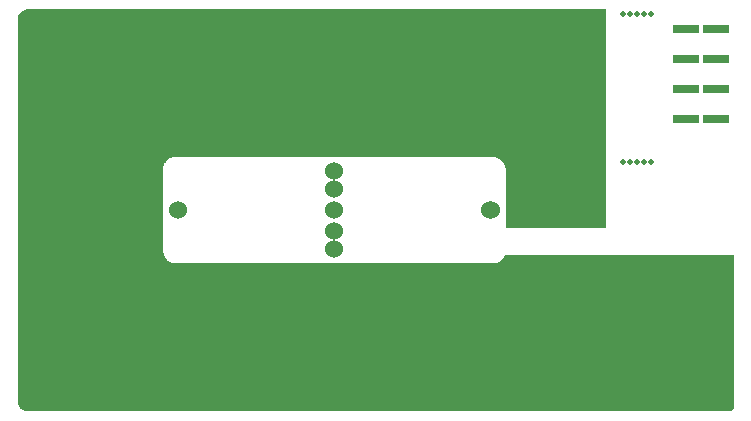
<source format=gbl>
G04*
G04 #@! TF.GenerationSoftware,Altium Limited,Altium Designer,18.1.7 (191)*
G04*
G04 Layer_Physical_Order=4*
G04 Layer_Color=16711680*
%FSLAX44Y44*%
%MOMM*%
G71*
G01*
G75*
%ADD15C,1.5240*%
%ADD16R,2.2900X0.7600*%
%ADD17C,0.5000*%
G36*
X230000Y132500D02*
Y-15000D01*
X145049D01*
Y33750D01*
Y34612D01*
X145000Y34858D01*
Y35109D01*
X144664Y36800D01*
X144568Y37032D01*
X144519Y37278D01*
X143859Y38870D01*
X143720Y39079D01*
X143624Y39311D01*
X142666Y40744D01*
X142488Y40921D01*
X142349Y41130D01*
X141130Y42349D01*
X140921Y42488D01*
X140744Y42666D01*
X139311Y43623D01*
X139079Y43720D01*
X138870Y43859D01*
X137278Y44519D01*
X137032Y44568D01*
X136800Y44664D01*
X135109Y45000D01*
X134858D01*
X134612Y45049D01*
X-135739D01*
X-135985Y45000D01*
X-136236D01*
X-137685Y44712D01*
X-137917Y44616D01*
X-138163Y44567D01*
X-139528Y44001D01*
X-139737Y43862D01*
X-139969Y43766D01*
X-141197Y42945D01*
X-141375Y42768D01*
X-141583Y42628D01*
X-142628Y41583D01*
X-142767Y41375D01*
X-142945Y41197D01*
X-143766Y39969D01*
X-143862Y39737D01*
X-144001Y39528D01*
X-144567Y38163D01*
X-144616Y37917D01*
X-144712Y37685D01*
X-145000Y36236D01*
Y35985D01*
X-145049Y35739D01*
Y35000D01*
Y-33750D01*
X-145049Y-34612D01*
X-145000Y-34858D01*
Y-35109D01*
X-144664Y-36800D01*
X-144568Y-37032D01*
X-144519Y-37278D01*
X-143859Y-38870D01*
X-143720Y-39079D01*
X-143624Y-39311D01*
X-142666Y-40744D01*
X-142488Y-40921D01*
X-142349Y-41130D01*
X-141990Y-41489D01*
Y-43010D01*
X-140229D01*
X-139311Y-43623D01*
X-139079Y-43720D01*
X-138870Y-43859D01*
X-137278Y-44519D01*
X-137031Y-44568D01*
X-136800Y-44664D01*
X-135109Y-45000D01*
X-134858D01*
X-134612Y-45049D01*
X-133750Y-45049D01*
X134612D01*
X134858Y-45000D01*
X135109D01*
X136799Y-44664D01*
X137031Y-44568D01*
X137278Y-44519D01*
X138870Y-43859D01*
X139079Y-43720D01*
X139311Y-43623D01*
X140744Y-42666D01*
X140921Y-42488D01*
X141130Y-42349D01*
X142349Y-41130D01*
X142488Y-40922D01*
X142666Y-40744D01*
X143624Y-39311D01*
X143720Y-39079D01*
X143859Y-38870D01*
X144215Y-38010D01*
X275000D01*
Y-37500D01*
X337961D01*
Y-167000D01*
Y-167589D01*
X337510Y-168677D01*
X336677Y-169510D01*
X335589Y-169961D01*
X-260784D01*
X-262322Y-169655D01*
X-263771Y-169055D01*
X-265075Y-168184D01*
X-266184Y-167075D01*
X-267055Y-165771D01*
X-267655Y-164322D01*
X-267961Y-162784D01*
Y-162000D01*
X-267961Y162000D01*
Y162000D01*
Y162000D01*
X-267961Y162784D01*
X-267655Y164322D01*
X-267055Y165771D01*
X-266184Y167075D01*
X-265075Y168184D01*
X-263771Y169055D01*
X-262322Y169655D01*
X-260784Y169961D01*
X-260000Y169961D01*
X230000D01*
Y132500D01*
D02*
G37*
D15*
X-132000Y0D02*
D03*
X0D02*
D03*
X131500Y-0D02*
D03*
X0Y-33000D02*
D03*
Y-18000D02*
D03*
Y18000D02*
D03*
Y33000D02*
D03*
X133000Y0D02*
D03*
D16*
X322700Y76900D02*
D03*
X297300D02*
D03*
X322700Y102300D02*
D03*
X297300D02*
D03*
X322700Y127700D02*
D03*
X297300D02*
D03*
X322700Y153100D02*
D03*
X297300D02*
D03*
X322700Y-133100D02*
D03*
X297300D02*
D03*
X322700Y-107700D02*
D03*
X297300D02*
D03*
X322700Y-82300D02*
D03*
X297300D02*
D03*
X322700Y-56900D02*
D03*
X297300D02*
D03*
D17*
X244000Y-167000D02*
D03*
X250000D02*
D03*
X256000D02*
D03*
X262000D02*
D03*
X268000D02*
D03*
X244000Y-42000D02*
D03*
X250000D02*
D03*
X256000D02*
D03*
X262000D02*
D03*
X268000D02*
D03*
X244000Y41000D02*
D03*
X250000D02*
D03*
X256000D02*
D03*
X262000D02*
D03*
X268000D02*
D03*
Y166000D02*
D03*
X262000D02*
D03*
X256000D02*
D03*
X250000D02*
D03*
X244000D02*
D03*
X224000Y3000D02*
D03*
X152000D02*
D03*
X227000Y-12000D02*
D03*
X149000D02*
D03*
X227000Y-2000D02*
D03*
X224000Y-7000D02*
D03*
X221000Y-2000D02*
D03*
X218000Y-7000D02*
D03*
X215000Y-2000D02*
D03*
X212000Y-7000D02*
D03*
X209000Y-2000D02*
D03*
X206000Y-7000D02*
D03*
X203000Y-2000D02*
D03*
X200000Y-7000D02*
D03*
X197000Y-2000D02*
D03*
X194000Y-7000D02*
D03*
X191000Y-2000D02*
D03*
X188000Y-7000D02*
D03*
X185000Y-2000D02*
D03*
X182000Y-7000D02*
D03*
X179000Y-2000D02*
D03*
X176000Y-7000D02*
D03*
X173000Y-2000D02*
D03*
X170000Y-7000D02*
D03*
X167000Y-2000D02*
D03*
X164000Y-7000D02*
D03*
X158000D02*
D03*
X152000D02*
D03*
X161000Y-2000D02*
D03*
X155000D02*
D03*
X149000D02*
D03*
M02*

</source>
